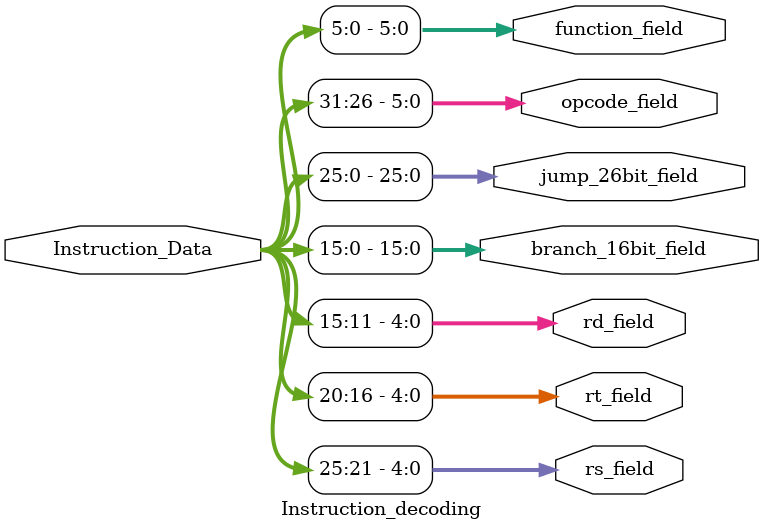
<source format=v>
module Instruction_decoding #(parameter MEM_WIDTH = 32)
(
	input wire [MEM_WIDTH-1:0] Instruction_Data,
	output wire [4:0] 			rs_field,
	output wire [4:0] 			rt_field,
	output wire [4:0] 			rd_field,
	output wire [15:0] 			branch_16bit_field,
	output wire [25:0]          jump_26bit_field,
	output wire [5:0]			opcode_field,
	output wire [5:0] 			function_field
);
	assign rs_field   		  = Instruction_Data[25:21] ;
	assign rt_field     	  = Instruction_Data[20:16] ;
	assign rd_field		  	  = Instruction_Data[15:11] ;
	assign branch_16bit_field = Instruction_Data[15:0]  ;
	assign jump_26bit_field   = Instruction_Data[25:0]  ;
	assign opcode_field		  = Instruction_Data[31:26] ;
	assign function_field 	  = Instruction_Data[5:0]   ;

endmodule
</source>
